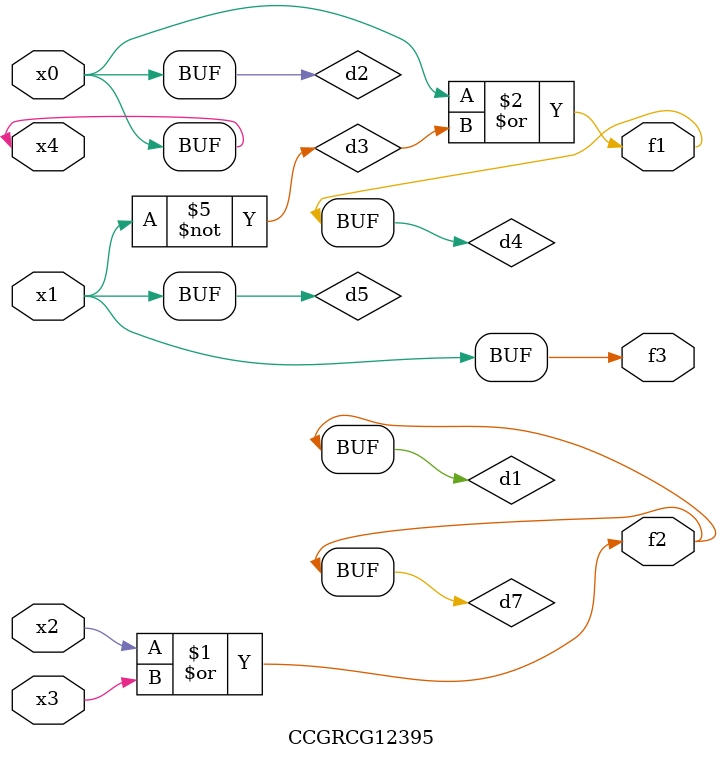
<source format=v>
module CCGRCG12395(
	input x0, x1, x2, x3, x4,
	output f1, f2, f3
);

	wire d1, d2, d3, d4, d5, d6, d7;

	or (d1, x2, x3);
	buf (d2, x0, x4);
	not (d3, x1);
	or (d4, d2, d3);
	not (d5, d3);
	nand (d6, d1, d3);
	or (d7, d1);
	assign f1 = d4;
	assign f2 = d7;
	assign f3 = d5;
endmodule

</source>
